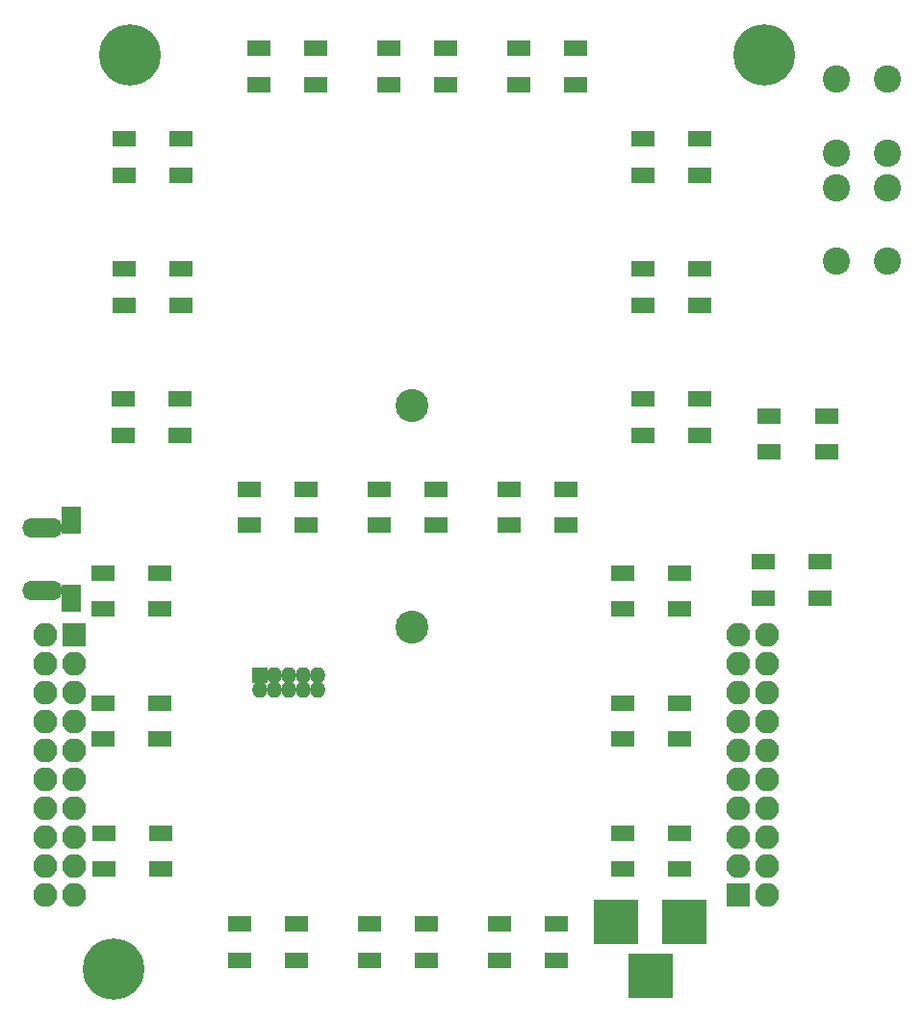
<source format=gbr>
G04 #@! TF.GenerationSoftware,KiCad,Pcbnew,(5.0.0)*
G04 #@! TF.CreationDate,2020-08-08T12:19:43-04:00*
G04 #@! TF.ProjectId,WS2812 Clock,57533238313220436C6F636B2E6B6963,rev?*
G04 #@! TF.SameCoordinates,Original*
G04 #@! TF.FileFunction,Soldermask,Top*
G04 #@! TF.FilePolarity,Negative*
%FSLAX46Y46*%
G04 Gerber Fmt 4.6, Leading zero omitted, Abs format (unit mm)*
G04 Created by KiCad (PCBNEW (5.0.0)) date 08/08/20 12:19:43*
%MOMM*%
%LPD*%
G01*
G04 APERTURE LIST*
%ADD10C,5.400000*%
%ADD11C,2.900000*%
%ADD12O,3.550000X1.700000*%
%ADD13R,1.800000X2.400000*%
%ADD14R,2.000000X1.400000*%
%ADD15O,1.400000X1.400000*%
%ADD16R,1.400000X1.400000*%
%ADD17C,2.400000*%
%ADD18R,2.100000X2.100000*%
%ADD19O,2.100000X2.100000*%
%ADD20R,3.900000X3.900000*%
G04 APERTURE END LIST*
D10*
G04 #@! TO.C,REF\002A\002A*
X236000000Y-34200000D03*
G04 #@! TD*
G04 #@! TO.C,REF\002A\002A*
X180200000Y-34200000D03*
G04 #@! TD*
D11*
G04 #@! TO.C,U24*
X205000000Y-65000000D03*
X205000000Y-84500000D03*
G04 #@! TD*
D12*
G04 #@! TO.C,USB1*
X172480000Y-81225000D03*
D13*
X175030000Y-81925000D03*
X175030000Y-75075000D03*
D12*
X172480000Y-75775000D03*
G04 #@! TD*
D14*
G04 #@! TO.C,U1*
X177880000Y-102540000D03*
X177880000Y-105740000D03*
X182880000Y-102540000D03*
X182880000Y-105740000D03*
G04 #@! TD*
G04 #@! TO.C,U2*
X182840000Y-94310000D03*
X182840000Y-91110000D03*
X177840000Y-94310000D03*
X177840000Y-91110000D03*
G04 #@! TD*
G04 #@! TO.C,U3*
X182840000Y-82880000D03*
X182840000Y-79680000D03*
X177840000Y-82880000D03*
X177840000Y-79680000D03*
G04 #@! TD*
G04 #@! TO.C,U4*
X179618000Y-64389200D03*
X179618000Y-67589200D03*
X184618000Y-64389200D03*
X184618000Y-67589200D03*
G04 #@! TD*
G04 #@! TO.C,U5*
X184658000Y-56159200D03*
X184658000Y-52959200D03*
X179658000Y-56159200D03*
X179658000Y-52959200D03*
G04 #@! TD*
G04 #@! TO.C,U6*
X179658000Y-41529200D03*
X179658000Y-44729200D03*
X184658000Y-41529200D03*
X184658000Y-44729200D03*
G04 #@! TD*
G04 #@! TO.C,U7*
X196556000Y-36804400D03*
X196556000Y-33604400D03*
X191556000Y-36804400D03*
X191556000Y-33604400D03*
G04 #@! TD*
G04 #@! TO.C,U8*
X207986000Y-36804400D03*
X207986000Y-33604400D03*
X202986000Y-36804400D03*
X202986000Y-33604400D03*
G04 #@! TD*
G04 #@! TO.C,U9*
X219416000Y-36804400D03*
X219416000Y-33604400D03*
X214416000Y-36804400D03*
X214416000Y-33604400D03*
G04 #@! TD*
G04 #@! TO.C,U10*
X225338000Y-41529200D03*
X225338000Y-44729200D03*
X230338000Y-41529200D03*
X230338000Y-44729200D03*
G04 #@! TD*
G04 #@! TO.C,U11*
X225338000Y-52959200D03*
X225338000Y-56159200D03*
X230338000Y-52959200D03*
X230338000Y-56159200D03*
G04 #@! TD*
G04 #@! TO.C,U12*
X230338000Y-67589200D03*
X230338000Y-64389200D03*
X225338000Y-67589200D03*
X225338000Y-64389200D03*
G04 #@! TD*
G04 #@! TO.C,U13*
X223560000Y-79680000D03*
X223560000Y-82880000D03*
X228560000Y-79680000D03*
X228560000Y-82880000D03*
G04 #@! TD*
G04 #@! TO.C,U14*
X228560000Y-94310000D03*
X228560000Y-91110000D03*
X223560000Y-94310000D03*
X223560000Y-91110000D03*
G04 #@! TD*
G04 #@! TO.C,U15*
X223560000Y-102540000D03*
X223560000Y-105740000D03*
X228560000Y-102540000D03*
X228560000Y-105740000D03*
G04 #@! TD*
G04 #@! TO.C,U16*
X217739600Y-113715600D03*
X217739600Y-110515600D03*
X212739600Y-113715600D03*
X212739600Y-110515600D03*
G04 #@! TD*
G04 #@! TO.C,U17*
X206309600Y-113715600D03*
X206309600Y-110515600D03*
X201309600Y-113715600D03*
X201309600Y-110515600D03*
G04 #@! TD*
G04 #@! TO.C,U18*
X189879600Y-110515600D03*
X189879600Y-113715600D03*
X194879600Y-110515600D03*
X194879600Y-113715600D03*
G04 #@! TD*
G04 #@! TO.C,U19*
X195692400Y-75514000D03*
X195692400Y-72314000D03*
X190692400Y-75514000D03*
X190692400Y-72314000D03*
G04 #@! TD*
G04 #@! TO.C,U20*
X202122400Y-72314000D03*
X202122400Y-75514000D03*
X207122400Y-72314000D03*
X207122400Y-75514000D03*
G04 #@! TD*
G04 #@! TO.C,U21*
X213552400Y-72314000D03*
X213552400Y-75514000D03*
X218552400Y-72314000D03*
X218552400Y-75514000D03*
G04 #@! TD*
G04 #@! TO.C,U22*
X240900000Y-81890000D03*
X240900000Y-78690000D03*
X235900000Y-81890000D03*
X235900000Y-78690000D03*
G04 #@! TD*
G04 #@! TO.C,U23*
X236458800Y-65888400D03*
X236458800Y-69088400D03*
X241458800Y-65888400D03*
X241458800Y-69088400D03*
G04 #@! TD*
D15*
G04 #@! TO.C,J1*
X196750000Y-90000000D03*
X196750000Y-88730000D03*
X195480000Y-90000000D03*
X195480000Y-88730000D03*
X194210000Y-90000000D03*
X194210000Y-88730000D03*
X192940000Y-90000000D03*
X192940000Y-88730000D03*
X191670000Y-90000000D03*
D16*
X191670000Y-88730000D03*
G04 #@! TD*
D17*
G04 #@! TO.C,SW1*
X242325001Y-42775001D03*
X246825001Y-42775001D03*
X242325001Y-36275001D03*
X246825001Y-36275001D03*
G04 #@! TD*
G04 #@! TO.C,SW2*
X246825001Y-45825001D03*
X242325001Y-45825001D03*
X246825001Y-52325001D03*
X242325001Y-52325001D03*
G04 #@! TD*
D18*
G04 #@! TO.C,CONN_LEFT_1*
X175250000Y-85140000D03*
D19*
X172710000Y-85140000D03*
X175250000Y-87680000D03*
X172710000Y-87680000D03*
X175250000Y-90220000D03*
X172710000Y-90220000D03*
X175250000Y-92760000D03*
X172710000Y-92760000D03*
X175250000Y-95300000D03*
X172710000Y-95300000D03*
X175250000Y-97840000D03*
X172710000Y-97840000D03*
X175250000Y-100380000D03*
X172710000Y-100380000D03*
X175250000Y-102920000D03*
X172710000Y-102920000D03*
X175250000Y-105460000D03*
X172710000Y-105460000D03*
X175250000Y-108000000D03*
X172710000Y-108000000D03*
G04 #@! TD*
G04 #@! TO.C,CONN_RIGHT_1*
X236250000Y-85140000D03*
X233710000Y-85140000D03*
X236250000Y-87680000D03*
X233710000Y-87680000D03*
X236250000Y-90220000D03*
X233710000Y-90220000D03*
X236250000Y-92760000D03*
X233710000Y-92760000D03*
X236250000Y-95300000D03*
X233710000Y-95300000D03*
X236250000Y-97840000D03*
X233710000Y-97840000D03*
X236250000Y-100380000D03*
X233710000Y-100380000D03*
X236250000Y-102920000D03*
X233710000Y-102920000D03*
X236250000Y-105460000D03*
X233710000Y-105460000D03*
X236250000Y-108000000D03*
D18*
X233710000Y-108000000D03*
G04 #@! TD*
D20*
G04 #@! TO.C,J2*
X226000000Y-115100000D03*
X223000000Y-110400000D03*
X229000000Y-110400000D03*
G04 #@! TD*
D10*
G04 #@! TO.C,REF\002A\002A*
X178800000Y-114500000D03*
G04 #@! TD*
M02*

</source>
